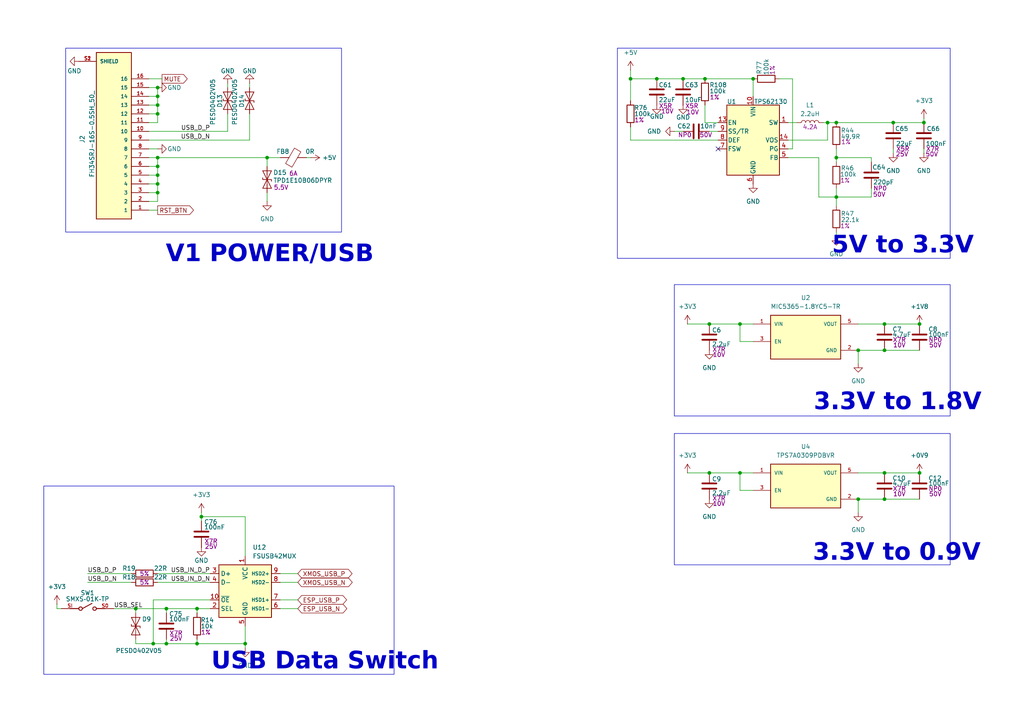
<source format=kicad_sch>
(kicad_sch (version 20250114) (generator "eeschema") (generator_version "9.0")
  (paper "A4")
  (title_block (title "Home mini drop in PCB replacement") (rev "v1") (company "by iMike78 (inpired by Onju voice and HA VPE)"))
  (lib_symbols
    (symbol "Device:C" (pin_numbers (hide yes)) (pin_names (offset 0.254))
      (property "Reference" "C" (at 0.635 2.54 0))
      (property "Value" "C" (at 0.635 -2.54 0))
      (symbol "C_0_1"
        (polyline (pts (xy -2.032 0.762) (xy 2.032 0.762)) (stroke (width 0.508)))
        (polyline (pts (xy -2.032 -0.762) (xy 2.032 -0.762)) (stroke (width 0.508)))
      )
      (symbol "C_1_1"
        (pin passive line (at 0 3.81 270) (length 2.794) (name "~") (number "1"))
        (pin passive line (at 0 -3.81 90) (length 2.794) (name "~") (number "2"))
      )
    )
    (symbol "Device:FerriteBead" (pin_numbers (hide yes)) (pin_names (offset 0))
      (property "Reference" "FB" (at -3.81 0.635 90))
      (property "Value" "FerriteBead" (at 3.81 0 90))
      (symbol "FerriteBead_0_1"
        (polyline (pts (xy -2.7686 0.4064) (xy -1.7018 2.2606) (xy 2.7686 -0.3048) (xy 1.6764 -2.159) (xy -2.7686 0.4064)))
        (polyline (pts (xy 0 1.27) (xy 0 1.2954)))
        (polyline (pts (xy 0 -1.27) (xy 0 -1.2192)))
      )
      (symbol "FerriteBead_1_1"
        (pin passive line (at 0 3.81 270) (length 2.54) (name "~") (number "1"))
        (pin passive line (at 0 -3.81 90) (length 2.54) (name "~") (number "2"))
      )
    )
    (symbol "Device:L" (pin_numbers (hide yes)) (pin_names (offset 1.016) (hide yes))
      (property "Reference" "L" (at -1.27 0 90))
      (property "Value" "L" (at 1.905 0 90))
      (symbol "L_0_1"
        (arc (start 0 2.54) (mid 0.6323 1.905) (end 0 1.27))
        (arc (start 0 1.27) (mid 0.6323 0.635) (end 0 0))
        (arc (start 0 0) (mid 0.6323 -0.635) (end 0 -1.27))
        (arc (start 0 -1.27) (mid 0.6323 -1.905) (end 0 -2.54))
      )
      (symbol "L_1_1"
        (pin passive line (at 0 3.81 270) (length 1.27) (name "1") (number "1"))
        (pin passive line (at 0 -3.81 90) (length 1.27) (name "2") (number "2"))
      )
    )
    (symbol "Device:R" (pin_numbers (hide yes)) (pin_names (offset 0))
      (property "Reference" "R" (at 2.032 0 90))
      (property "Value" "R" (at 0 0 90))
      (symbol "R_0_1"
        (rectangle (start -1.016 -2.54) (end 1.016 2.54) (stroke (width 0.254)))
      )
      (symbol "R_1_1"
        (pin passive line (at 0 3.81 270) (length 1.27) (name "~") (number "1"))
        (pin passive line (at 0 -3.81 90) (length 1.27) (name "~") (number "2"))
      )
    )
    (symbol "Diode:SZESD9B5.0ST5G" (pin_numbers (hide yes)) (pin_names (offset 1.016) (hide yes))
      (property "Reference" "D" (at 0 2.54 0))
      (property "Value" "SZESD9B5.0ST5G" (at 0 -2.54 0))
      (symbol "SZESD9B5.0ST5G_0_1"
        (polyline (pts (xy -2.54 -1.27) (xy 0 0) (xy -2.54 1.27) (xy -2.54 -1.27)) (stroke (width 0.2032)))
        (polyline (pts (xy 0.508 1.27) (xy 0 1.27) (xy 0 -1.27) (xy -0.508 -1.27)) (stroke (width 0.2032)))
        (polyline (pts (xy 1.27 0) (xy -1.27 0)))
        (polyline (pts (xy 2.54 1.27) (xy 2.54 -1.27) (xy 0 0) (xy 2.54 1.27)) (stroke (width 0.2032)))
      )
      (symbol "SZESD9B5.0ST5G_1_1"
        (pin passive line (at -3.81 0 0) (length 2.54) (name "A1") (number "1"))
        (pin passive line (at 3.81 0 180) (length 2.54) (name "A2") (number "2"))
      )
    )
    (symbol "Interface_USB:FSUSB42MUX"
      (property "Reference" "U" (at -6.35 8.89 0))
      (property "Value" "FSUSB42MUX" (at 7.62 8.89 0))
      (symbol "FSUSB42MUX_0_1"
        (rectangle (start 7.62 7.62) (end -7.62 -7.62) (stroke (width 0.254)) (fill (type background)))
      )
      (symbol "FSUSB42MUX_1_1"
        (pin bidirectional line (at -10.16 5.08 0) (length 2.54) (name "D+") (number "3"))
        (pin bidirectional line (at -10.16 2.54 0) (length 2.54) (name "D-") (number "4"))
        (pin input line (at -10.16 -2.54 0) (length 2.54) (name "~{OE}") (number "10"))
        (pin input line (at -10.16 -5.08 0) (length 2.54) (name "SEL") (number "2"))
        (pin power_in line (at 0 10.16 270) (length 2.54) (name "VCC") (number "1"))
        (pin power_in line (at 0 -10.16 90) (length 2.54) (name "GND") (number "5"))
        (pin bidirectional line (at 10.16 5.08 180) (length 2.54) (name "HSD2+") (number "9"))
        (pin bidirectional line (at 10.16 2.54 180) (length 2.54) (name "HSD2-") (number "8"))
        (pin bidirectional line (at 10.16 -2.54 180) (length 2.54) (name "HSD1+") (number "7"))
        (pin bidirectional line (at 10.16 -5.08 180) (length 2.54) (name "HSD1-") (number "6"))
      )
    )
    (symbol "New_Library:+0V9" (power) (pin_numbers (hide yes)) (pin_names (offset 0) (hide yes))
      (property "Value" "+0V9" (at 0 3.556 0))
      (symbol "+0V9_0_1"
        (polyline (pts (xy -0.762 1.27) (xy 0 2.54)))
        (polyline (pts (xy 0 2.54) (xy 0.762 1.27)))
        (polyline (pts (xy 0 0) (xy 0 2.54)))
      )
      (symbol "+0V9_1_1"
        (pin power_in line (at 0 0 90) (length 0) (name "~") (number "1"))
      )
    )
    (symbol "New_Library:CHS-01TA" (pin_names (offset 1.016))
      (property "Reference" "U" (at 0 0 0))
      (property "Value" "CHS-01TA" (at 0 0 0))
      (symbol "CHS-01TA_0_0"
        (polyline (pts (xy 0 0) (xy 2.54 0)) (stroke (width 0.254)))
        (circle (center 3.048 0) (radius 0.508) (stroke (width 0.254)))
        (polyline (pts (xy 3.556 0) (xy 6.35 1.524)) (stroke (width 0.254)))
        (circle (center 7.112 0) (radius 0.508) (stroke (width 0.254)))
        (polyline (pts (xy 7.62 0) (xy 10.16 0)) (stroke (width 0.254)))
        (pin input line (at -2.54 0 0) (length 5.08) (name "~") (number "SI"))
        (pin output line (at 12.7 0 180) (length 5.08) (name "~") (number "S0"))
      )
    )
    (symbol "New_Library:FH34SRJ-16S-0.5SH_50_" (pin_names (offset 1.016))
      (property "Reference" "J" (at -5.58 22.86 0))
      (property "Value" "FH34SRJ-16S-0.5SH_50_" (at -5.08 -27.94 0))
      (symbol "FH34SRJ-16S-0.5SH_50__0_0"
        (rectangle (start -5.08 -25.4) (end 5.08 22.86) (stroke (width 0.254)) (fill (type background)))
        (pin passive line (at -10.16 20.32 0) (length 5.08) (name "1") (number "1"))
        (pin passive line (at -10.16 17.78 0) (length 5.08) (name "2") (number "2"))
        (pin passive line (at -10.16 15.24 0) (length 5.08) (name "3") (number "3"))
        (pin passive line (at -10.16 12.7 0) (length 5.08) (name "4") (number "4"))
        (pin passive line (at -10.16 10.16 0) (length 5.08) (name "5") (number "5"))
        (pin passive line (at -10.16 7.62 0) (length 5.08) (name "6") (number "6"))
        (pin passive line (at -10.16 5.08 0) (length 5.08) (name "7") (number "7"))
        (pin passive line (at -10.16 2.54 0) (length 5.08) (name "8") (number "8"))
        (pin passive line (at -10.16 0 0) (length 5.08) (name "9") (number "9"))
        (pin passive line (at -10.16 -2.54 0) (length 5.08) (name "10") (number "10"))
        (pin passive line (at -10.16 -5.08 0) (length 5.08) (name "11") (number "11"))
        (pin passive line (at -10.16 -7.62 0) (length 5.08) (name "12") (number "12"))
        (pin passive line (at -10.16 -10.16 0) (length 5.08) (name "13") (number "13"))
        (pin passive line (at -10.16 -12.7 0) (length 5.08) (name "14") (number "14"))
        (pin passive line (at -10.16 -15.24 0) (length 5.08) (name "15") (number "15"))
        (pin passive line (at -10.16 -17.78 0) (length 5.08) (name "16") (number "16"))
        (pin passive line (at 10.16 -22.86 180) (length 5.08) (name "SHIELD") (number "S1"))
        (pin passive line (at 10.16 -22.86 180) (length 5.08) (name "SHIELD") (number "S2"))
      )
    )
    (symbol "New_Library:MIC5365-1.8YC5-TR" (pin_names (offset 1.016))
      (property "Reference" "U" (at -10.16 6.35 0))
      (property "Value" "MIC5365-1.8YC5-TR" (at -10.16 -8.89 0))
      (symbol "MIC5365-1.8YC5-TR_0_0"
        (rectangle (start -10.16 -7.62) (end 10.16 5.08) (stroke (width 0.254)) (fill (type background)))
        (pin input line (at -15.24 2.54 0) (length 5.08) (name "VIN") (number "1"))
        (pin input line (at -15.24 -2.54 0) (length 5.08) (name "EN") (number "3"))
        (pin output line (at 15.24 2.54 180) (length 5.08) (name "VOUT") (number "5"))
        (pin power_in line (at 15.24 -5.08 180) (length 5.08) (name "GND") (number "2"))
      )
    )
    (symbol "Regulator_Switching:TPS62130" (pin_names (offset 0.254))
      (property "Reference" "U" (at 3.81 13.97 0))
      (property "Value" "TPS62130" (at 3.81 11.43 0))
      (symbol "TPS62130_0_1"
        (rectangle (start -7.62 10.16) (end 7.62 -10.16) (stroke (width 0.254)) (fill (type background)))
      )
      (symbol "TPS62130_1_1"
        (pin input line (at -10.16 5.08 0) (length 2.54) (name "EN") (number "13"))
        (pin input line (at -10.16 2.54 0) (length 2.54) (name "SS/TR") (number "9"))
        (pin input line (at -10.16 0 0) (length 2.54) (name "DEF") (number "8"))
        (pin input line (at -10.16 -2.54 0) (length 2.54) (name "FSW") (number "7"))
        (pin power_in line (at 0 12.7 270) (length 2.54) (name "VIN") (number "10"))
        (pin passive line (at 0 12.7 270) (length 2.54) (hide yes) (name "VIN") (number "11"))
        (pin passive line (at 0 12.7 270) (length 2.54) (hide yes) (name "VIN") (number "12"))
        (pin passive line (at 0 -12.7 90) (length 2.54) (hide yes) (name "GND") (number "15"))
        (pin passive line (at 0 -12.7 90) (length 2.54) (hide yes) (name "GND") (number "16"))
        (pin passive line (at 0 -12.7 90) (length 2.54) (hide yes) (name "GND") (number "17"))
        (pin power_in line (at 0 -12.7 90) (length 2.54) (name "GND") (number "6"))
        (pin output line (at 10.16 5.08 180) (length 2.54) (name "SW") (number "1"))
        (pin passive line (at 10.16 5.08 180) (length 2.54) (hide yes) (name "SW") (number "2"))
        (pin passive line (at 10.16 5.08 180) (length 2.54) (hide yes) (name "SW") (number "3"))
        (pin input line (at 10.16 0 180) (length 2.54) (name "VOS") (number "14"))
        (pin open_collector line (at 10.16 -2.54 180) (length 2.54) (name "PG") (number "4"))
        (pin input line (at 10.16 -5.08 180) (length 2.54) (name "FB") (number "5"))
      )
    )
    (symbol "power:+1V8" (power) (pin_numbers (hide yes)) (pin_names (offset 0) (hide yes))
      (property "Value" "+1V8" (at 0 3.556 0))
      (symbol "+1V8_0_1"
        (polyline (pts (xy -0.762 1.27) (xy 0 2.54)))
        (polyline (pts (xy 0 2.54) (xy 0.762 1.27)))
        (polyline (pts (xy 0 0) (xy 0 2.54)))
      )
      (symbol "+1V8_1_1"
        (pin power_in line (at 0 0 90) (length 0) (name "~") (number "1"))
      )
    )
    (symbol "power:+3V3" (power) (pin_numbers (hide yes)) (pin_names (offset 0) (hide yes))
      (property "Value" "+3V3" (at 0 3.556 0))
      (symbol "+3V3_0_1"
        (polyline (pts (xy -0.762 1.27) (xy 0 2.54)))
        (polyline (pts (xy 0 2.54) (xy 0.762 1.27)))
        (polyline (pts (xy 0 0) (xy 0 2.54)))
      )
      (symbol "+3V3_1_1"
        (pin power_in line (at 0 0 90) (length 0) (name "~") (number "1"))
      )
    )
    (symbol "power:+5V" (power) (pin_numbers (hide yes)) (pin_names (offset 0) (hide yes))
      (property "Value" "+5V" (at 0 3.556 0))
      (symbol "+5V_0_1"
        (polyline (pts (xy -0.762 1.27) (xy 0 2.54)))
        (polyline (pts (xy 0 2.54) (xy 0.762 1.27)))
        (polyline (pts (xy 0 0) (xy 0 2.54)))
      )
      (symbol "+5V_1_1"
        (pin power_in line (at 0 0 90) (length 0) (name "~") (number "1"))
      )
    )
    (symbol "power:GND" (power) (pin_numbers (hide yes)) (pin_names (offset 0) (hide yes))
      (property "Value" "GND" (at 0 -3.81 0))
      (symbol "GND_0_1"
        (polyline (pts (xy 0 0) (xy 0 -1.27) (xy 1.27 -1.27) (xy 0 -2.54) (xy -1.27 -1.27) (xy 0 -1.27)))
      )
      (symbol "GND_1_1"
        (pin power_in line (at 0 0 270) (length 0) (name "~") (number "1"))
      )
    )
    (symbol "power:VBUS" (power) (pin_numbers (hide yes)) (pin_names (offset 0) (hide yes))
      (property "Value" "VBUS" (at 0 3.556 0))
      (symbol "VBUS_0_1"
        (polyline (pts (xy -0.762 1.27) (xy 0 2.54)))
        (polyline (pts (xy 0 2.54) (xy 0.762 1.27)))
        (polyline (pts (xy 0 0) (xy 0 2.54)))
      )
      (symbol "VBUS_1_1"
        (pin power_in line (at 0 0 90) (length 0) (name "~") (number "1"))
      )
    )
  )
  (rectangle (start 19.05 13.97) (end 99.06 67.31))
  (rectangle (start 195.58 82.55) (end 275.59 120.65))
  (rectangle (start 195.58 125.73) (end 275.59 163.83))
  (rectangle (start 179.07 13.97) (end 275.59 74.93))
  (rectangle (start 12.7 140.97) (end 114.3 195.58))
  (text "V1 POWER/USB" (at 78.232 75.184 0) (effects (font (size 5 5) (bold yes))))
  (text "USB Data Switch" (at 94.234 193.294 0) (effects (font (size 5 5) (bold yes))))
  (text "3.3V to 1.8V" (at 260.35 118.11 0) (effects (font (size 5 5) (bold yes))))
  (text "5V to 3.3V" (at 261.874 72.644 0) (effects (font (size 5 5) (bold yes))))
  (text "3.3V to 0.9V" (at 260.096 161.798 0) (effects (font (size 5 5) (bold yes))))
  (junction (at 45.72 33.02))
  (junction (at 39.37 176.53))
  (junction (at 57.15 186.69))
  (junction (at 218.44 22.86))
  (junction (at 242.57 45.72))
  (junction (at 45.72 30.48))
  (junction (at 248.92 144.78))
  (junction (at 71.12 186.69))
  (junction (at 266.7 93.98))
  (junction (at 48.26 176.53))
  (junction (at 214.63 137.16))
  (junction (at 242.57 57.15))
  (junction (at 44.45 186.69))
  (junction (at 58.42 149.86))
  (junction (at 45.72 50.8))
  (junction (at 205.74 93.98))
  (junction (at 190.5 22.86))
  (junction (at 198.12 22.86))
  (junction (at 45.72 48.26))
  (junction (at 256.54 144.78))
  (junction (at 256.54 137.16))
  (junction (at 45.72 45.72))
  (junction (at 45.72 53.34))
  (junction (at 45.72 25.4))
  (junction (at 182.88 22.86))
  (junction (at 45.72 27.94))
  (junction (at 205.74 137.16))
  (junction (at 204.47 22.86))
  (junction (at 214.63 93.98))
  (junction (at 266.7 137.16))
  (junction (at 77.47 45.72))
  (junction (at 248.92 101.6))
  (junction (at 48.26 186.69))
  (junction (at 256.54 93.98))
  (junction (at 45.72 55.88))
  (junction (at 256.54 101.6))
  (junction (at 240.03 35.56))
  (junction (at 57.15 176.53))
  (junction (at 242.57 35.56))
  (junction (at 259.08 35.56))
  (junction (at 267.97 35.56))
  (no_connect (at 208.28 43.18))
  (wire (pts (xy 229.87 22.86) (xy 229.87 43.18)))
  (wire (pts (xy 77.47 55.88) (xy 77.47 58.42)))
  (wire (pts (xy 45.72 48.26) (xy 45.72 50.8)))
  (wire (pts (xy 205.74 38.1) (xy 208.28 38.1)))
  (wire (pts (xy 214.63 137.16) (xy 218.44 137.16)))
  (wire (pts (xy 57.15 185.42) (xy 57.15 186.69)))
  (wire (pts (xy 214.63 99.06) (xy 214.63 93.98)))
  (wire (pts (xy 226.06 22.86) (xy 229.87 22.86)))
  (wire (pts (xy 242.57 45.72) (xy 252.73 45.72)))
  (wire (pts (xy 45.72 55.88) (xy 45.72 58.42)))
  (wire (pts (xy 72.39 25.4) (xy 72.39 24.13)))
  (wire (pts (xy 218.44 99.06) (xy 214.63 99.06)))
  (wire (pts (xy 39.37 186.69) (xy 44.45 186.69)))
  (wire (pts (xy 259.08 35.56) (xy 267.97 35.56)))
  (wire (pts (xy 57.15 186.69) (xy 71.12 186.69)))
  (wire (pts (xy 182.88 20.32) (xy 182.88 22.86)))
  (wire (pts (xy 43.18 33.02) (xy 45.72 33.02)))
  (wire (pts (xy 228.6 40.64) (xy 240.03 40.64)))
  (wire (pts (xy 43.18 25.4) (xy 45.72 25.4)))
  (wire (pts (xy 259.08 44.45) (xy 259.08 43.18)))
  (wire (pts (xy 214.63 142.24) (xy 214.63 137.16)))
  (wire (pts (xy 43.18 48.26) (xy 45.72 48.26)))
  (wire (pts (xy 45.72 168.91) (xy 60.96 168.91)))
  (wire (pts (xy 57.15 176.53) (xy 60.96 176.53)))
  (wire (pts (xy 71.12 149.86) (xy 58.42 149.86)))
  (wire (pts (xy 43.18 45.72) (xy 45.72 45.72)))
  (wire (pts (xy 33.02 176.53) (xy 39.37 176.53)))
  (wire (pts (xy 43.18 27.94) (xy 45.72 27.94)))
  (wire (pts (xy 195.58 38.1) (xy 198.12 38.1)))
  (wire (pts (xy 256.54 101.6) (xy 266.7 101.6)))
  (wire (pts (xy 43.18 40.64) (xy 72.39 40.64)))
  (wire (pts (xy 237.49 57.15) (xy 242.57 57.15)))
  (wire (pts (xy 43.18 58.42) (xy 45.72 58.42)))
  (wire (pts (xy 43.18 35.56) (xy 45.72 35.56)))
  (wire (pts (xy 248.92 105.41) (xy 248.92 101.6)))
  (wire (pts (xy 242.57 43.18) (xy 242.57 45.72)))
  (wire (pts (xy 228.6 35.56) (xy 231.14 35.56)))
  (wire (pts (xy 205.74 137.16) (xy 214.63 137.16)))
  (wire (pts (xy 218.44 142.24) (xy 214.63 142.24)))
  (wire (pts (xy 237.49 45.72) (xy 237.49 57.15)))
  (wire (pts (xy 182.88 22.86) (xy 182.88 29.21)))
  (wire (pts (xy 267.97 44.45) (xy 267.97 43.18)))
  (wire (pts (xy 229.87 43.18) (xy 228.6 43.18)))
  (wire (pts (xy 248.92 101.6) (xy 256.54 101.6)))
  (wire (pts (xy 44.45 173.99) (xy 44.45 186.69)))
  (wire (pts (xy 43.18 55.88) (xy 45.72 55.88)))
  (wire (pts (xy 248.92 144.78) (xy 256.54 144.78)))
  (wire (pts (xy 48.26 176.53) (xy 48.26 177.8)))
  (wire (pts (xy 45.72 27.94) (xy 45.72 30.48)))
  (wire (pts (xy 43.18 50.8) (xy 45.72 50.8)))
  (wire (pts (xy 242.57 68.58) (xy 242.57 67.31)))
  (wire (pts (xy 199.39 93.98) (xy 205.74 93.98)))
  (wire (pts (xy 256.54 137.16) (xy 266.7 137.16)))
  (wire (pts (xy 267.97 34.29) (xy 267.97 35.56)))
  (wire (pts (xy 240.03 35.56) (xy 242.57 35.56)))
  (wire (pts (xy 39.37 176.53) (xy 48.26 176.53)))
  (wire (pts (xy 43.18 60.96) (xy 45.72 60.96)))
  (wire (pts (xy 45.72 33.02) (xy 45.72 35.56)))
  (wire (pts (xy 256.54 93.98) (xy 266.7 93.98)))
  (wire (pts (xy 57.15 176.53) (xy 57.15 177.8)))
  (wire (pts (xy 256.54 144.78) (xy 266.7 144.78)))
  (wire (pts (xy 81.28 168.91) (xy 86.36 168.91)))
  (wire (pts (xy 72.39 33.02) (xy 72.39 40.64)))
  (wire (pts (xy 204.47 35.56) (xy 208.28 35.56)))
  (wire (pts (xy 39.37 185.42) (xy 39.37 186.69)))
  (wire (pts (xy 25.4 166.37) (xy 38.1 166.37)))
  (wire (pts (xy 71.12 161.29) (xy 71.12 149.86)))
  (wire (pts (xy 48.26 176.53) (xy 57.15 176.53)))
  (wire (pts (xy 45.72 25.4) (xy 45.72 27.94)))
  (wire (pts (xy 242.57 57.15) (xy 252.73 57.15)))
  (wire (pts (xy 214.63 93.98) (xy 218.44 93.98)))
  (wire (pts (xy 39.37 177.8) (xy 39.37 176.53)))
  (wire (pts (xy 16.51 175.26) (xy 16.51 176.53)))
  (wire (pts (xy 58.42 148.59) (xy 58.42 149.86)))
  (wire (pts (xy 25.4 168.91) (xy 38.1 168.91)))
  (wire (pts (xy 45.72 50.8) (xy 45.72 53.34)))
  (wire (pts (xy 248.92 93.98) (xy 256.54 93.98)))
  (wire (pts (xy 204.47 30.48) (xy 204.47 35.56)))
  (wire (pts (xy 71.12 181.61) (xy 71.12 186.69)))
  (wire (pts (xy 190.5 22.86) (xy 198.12 22.86)))
  (wire (pts (xy 242.57 35.56) (xy 259.08 35.56)))
  (wire (pts (xy 238.76 35.56) (xy 240.03 35.56)))
  (wire (pts (xy 81.28 166.37) (xy 86.36 166.37)))
  (wire (pts (xy 198.12 22.86) (xy 204.47 22.86)))
  (wire (pts (xy 66.04 25.4) (xy 66.04 24.13)))
  (wire (pts (xy 45.72 30.48) (xy 45.72 33.02)))
  (wire (pts (xy 242.57 45.72) (xy 242.57 46.99)))
  (wire (pts (xy 66.04 33.02) (xy 66.04 38.1)))
  (wire (pts (xy 44.45 186.69) (xy 48.26 186.69)))
  (wire (pts (xy 58.42 149.86) (xy 58.42 151.13)))
  (wire (pts (xy 43.18 38.1) (xy 66.04 38.1)))
  (wire (pts (xy 228.6 45.72) (xy 237.49 45.72)))
  (wire (pts (xy 248.92 148.59) (xy 248.92 144.78)))
  (wire (pts (xy 77.47 45.72) (xy 77.47 48.26)))
  (wire (pts (xy 43.18 43.18) (xy 45.72 43.18)))
  (wire (pts (xy 252.73 46.99) (xy 252.73 45.72)))
  (wire (pts (xy 199.39 137.16) (xy 205.74 137.16)))
  (wire (pts (xy 240.03 40.64) (xy 240.03 35.56)))
  (wire (pts (xy 81.28 173.99) (xy 86.36 173.99)))
  (wire (pts (xy 45.72 45.72) (xy 45.72 48.26)))
  (wire (pts (xy 48.26 185.42) (xy 48.26 186.69)))
  (wire (pts (xy 182.88 22.86) (xy 190.5 22.86)))
  (wire (pts (xy 77.47 45.72) (xy 81.28 45.72)))
  (wire (pts (xy 204.47 22.86) (xy 218.44 22.86)))
  (wire (pts (xy 252.73 54.61) (xy 252.73 57.15)))
  (wire (pts (xy 45.72 53.34) (xy 45.72 55.88)))
  (wire (pts (xy 43.18 53.34) (xy 45.72 53.34)))
  (wire (pts (xy 45.72 166.37) (xy 60.96 166.37)))
  (wire (pts (xy 182.88 40.64) (xy 208.28 40.64)))
  (wire (pts (xy 81.28 176.53) (xy 86.36 176.53)))
  (wire (pts (xy 43.18 30.48) (xy 45.72 30.48)))
  (wire (pts (xy 16.51 176.53) (xy 17.78 176.53)))
  (wire (pts (xy 88.9 45.72) (xy 90.17 45.72)))
  (wire (pts (xy 45.72 45.72) (xy 77.47 45.72)))
  (wire (pts (xy 242.57 54.61) (xy 242.57 57.15)))
  (wire (pts (xy 205.74 93.98) (xy 214.63 93.98)))
  (wire (pts (xy 43.18 22.86) (xy 46.99 22.86)))
  (wire (pts (xy 218.44 22.86) (xy 218.44 27.94)))
  (wire (pts (xy 48.26 186.69) (xy 57.15 186.69)))
  (wire (pts (xy 71.12 186.69) (xy 71.12 187.96)))
  (wire (pts (xy 248.92 137.16) (xy 256.54 137.16)))
  (wire (pts (xy 242.57 57.15) (xy 242.57 59.69)))
  (wire (pts (xy 60.96 173.99) (xy 44.45 173.99)))
  (wire (pts (xy 182.88 36.83) (xy 182.88 40.64)))
  (label "USB_D_P" (at 25.4 166.37 0))
  (label "USB_D_N" (at 60.96 40.64 180))
  (label "USB_D_N" (at 25.4 168.91 0))
  (label "USB_D_P" (at 60.96 38.1 180))
  (label "USB_IN_D_P" (at 49.53 166.37 0))
  (label "USB_IN_D_N" (at 49.53 168.91 0))
  (label "USB_SEL" (at 33.02 176.53 0))
  (global_label "RST_BTN" (shape output) (at 45.72 60.96 0) (property "Intersheetrefs" "${INTERSHEET_REFS}" (effects (hide yes))))
  (global_label "MUTE" (shape output) (at 46.99 22.86 0) (property "Intersheetrefs" "${INTERSHEET_REFS}" (effects (hide yes))))
  (global_label "ESP_USB_P" (shape bidirectional) (at 86.36 173.99 0) (property "Intersheetrefs" "${INTERSHEET_REFS}" (effects (hide yes))))
  (global_label "ESP_USB_N" (shape bidirectional) (at 86.36 176.53 0) (property "Intersheetrefs" "${INTERSHEET_REFS}" (effects (hide yes))))
  (global_label "XMOS_USB_P" (shape bidirectional) (at 86.36 166.37 0) (property "Intersheetrefs" "${INTERSHEET_REFS}" (effects (hide yes))))
  (global_label "XMOS_USB_N" (shape bidirectional) (at 86.36 168.91 0) (property "Intersheetrefs" "${INTERSHEET_REFS}" (effects (hide yes))))
  (symbol (lib_id "power:GND") (at 77.47 58.42 0) (unit 1)
    (property "Reference" "#PWR0162" (effects (hide yes)))
    (property "Value" "GND" (at 77.47 63.5 0))
    (property "Description" "Power symbol creates a global label with name \"GND\" , ground" (effects (hide yes)))
  )
  (symbol (lib_id "Device:C") (at 58.42 154.94 0) (unit 1)
    (property "Reference" "C76" (at 59.182 151.384 0) (effects (justify left)))
    (property "Value" "100nF" (at 59.182 152.908 0) (effects (justify left)))
    (property "Footprint" "Capacitor_SMD:C_0603_1608Metric" (effects (hide yes)))
    (property "Description" "Unpolarized capacitor" (effects (hide yes)))
    (property "Dielectric" "X7R" (at 61.214 156.972 0))
    (property "Voltage" "25V" (at 61.214 158.496 0))
    (property "Function" "USB" (effects (hide yes)))
  )
  (symbol (lib_id "power:GND") (at 218.44 53.34 0) (unit 1)
    (property "Reference" "#PWR017" (effects (hide yes)))
    (property "Value" "GND" (at 218.44 58.42 0))
    (property "Description" "Power symbol creates a global label with name \"GND\" , ground" (effects (hide yes)))
  )
  (symbol (lib_id "Device:R") (at 242.57 50.8 0) (unit 1)
    (property "Reference" "R46" (at 243.84 48.768 0) (effects (justify left)))
    (property "Value" "100k" (at 243.586 50.546 0) (effects (justify left)))
    (property "Footprint" "Resistor_SMD:R_0603_1608Metric" (effects (hide yes)))
    (property "Description" "Resistor" (effects (hide yes)))
    (property "Tolerance" "1%" (at 245.11 52.324 0))
    (property "Function" "3.3V_BUCK" (effects (hide yes)))
  )
  (symbol (lib_id "Device:R") (at 242.57 63.5 0) (unit 1)
    (property "Reference" "R47" (at 243.84 61.976 0) (effects (justify left)))
    (property "Value" "22.1k" (at 243.84 63.754 0) (effects (justify left)))
    (property "Footprint" "Resistor_SMD:R_0603_1608Metric" (effects (hide yes)))
    (property "Description" "Resistor" (effects (hide yes)))
    (property "Tolerance" "1%" (at 245.11 65.532 0))
    (property "Function" "3.3V_BUCK" (effects (hide yes)))
  )
  (symbol (lib_id "Device:R") (at 242.57 39.37 0) (unit 1)
    (property "Reference" "R44" (at 243.84 37.846 0) (effects (justify left)))
    (property "Value" "49.9R" (at 243.84 39.624 0) (effects (justify left)))
    (property "Footprint" "Resistor_SMD:R_0603_1608Metric" (effects (hide yes)))
    (property "Description" "Resistor" (effects (hide yes)))
    (property "Tolerance" "1%" (at 245.364 41.148 0))
    (property "Function" "3.3V_BUCK" (effects (hide yes)))
  )
  (symbol (lib_id "power:GND") (at 205.74 144.78 0) (unit 1)
    (property "Reference" "#PWR014" (effects (hide yes)))
    (property "Value" "GND" (at 205.74 149.86 0))
    (property "Description" "Power symbol creates a global label with name \"GND\" , ground" (effects (hide yes)))
  )
  (symbol (lib_id "Device:R") (at 182.88 33.02 0) (unit 1)
    (property "Reference" "R76" (at 183.896 31.242 0) (effects (justify left)))
    (property "Value" "100k" (at 183.896 33.02 0) (effects (justify left)))
    (property "Footprint" "Resistor_SMD:R_0402_1005Metric" (effects (hide yes)))
    (property "Description" "Resistor" (effects (hide yes)))
    (property "Tolerance" "1%" (at 185.42 34.798 0))
    (property "Function" "3.3V_BUCK" (effects (hide yes)))
  )
  (symbol (lib_id "New_Library:MIC5365-1.8YC5-TR") (at 233.68 139.7 0) (unit 1)
    (property "Reference" "U4" (at 233.68 129.54 0))
    (property "Value" "TPS7A0309PDBVR" (at 233.68 132.08 0))
    (property "Footprint" "Package_TO_SOT_SMD:SOT-23-5" (effects (hide yes)))
    (property "MF" "Microchip Technology" (effects (hide yes)))
    (property "MAXIMUM_PACKAGE_HEIGHT" "1.10mm" (effects (hide yes)))
    (property "Package" "SC-70-5 Microchip" (effects (hide yes)))
    (property "Price" "None" (effects (hide yes)))
    (property "STANDARD" "IPC 7351B" (effects (hide yes)))
    (property "PARTREV" "3.1 - July 16, 2013" (effects (hide yes)))
    (property "MP" "TPS7A0309PDBVR" (effects (hide yes)))
    (property "Description_1" "Linear Voltage Regulator IC Positive Fixed 1 Output  150mA SC-70-5" (effects (hide yes)))
    (property "MANUFACTURER" "Texas Instruments" (effects (hide yes)))
    (property "Function" "0.9V_LDO" (effects (hide yes)))
    (property "Manufacturer" "Texas Instruments" (effects (hide yes)))
    (property "Manufacturer Part" "TPS7A0309PDBVR" (effects (hide yes)))
    (property "Supplier Part" "C2977167" (effects (hide yes)))
    (property "LCSC Part #" "C2977167" (effects (hide yes)))
  )
  (symbol (lib_id "Diode:SZESD9B5.0ST5G") (at 72.39 29.21 270) (unit 1)
    (property "Reference" "D14" (at 70.104 31.242 0) (effects (justify right)))
    (property "Value" "PESD0402V05" (at 68.072 36.322 0) (effects (justify right)))
    (property "Footprint" "Diode_SMD:D_0402_1005Metric" (effects (hide yes)))
    (property "Description" "PESD0402V05, 5V TVS, 0.3pF" (effects (hide yes)))
    (property "Function" "USB" (effects (hide yes)))
  )
  (symbol (lib_id "power:GND") (at 45.72 25.4 90) (unit 1)
    (property "Reference" "#PWR0149" (effects (hide yes)))
    (property "Value" "GND" (at 48.514 25.4 90) (effects (justify right)))
    (property "Description" "Power symbol creates a global label with name \"GND\" , ground" (effects (hide yes)))
  )
  (symbol (lib_id "New_Library:+0V9") (at 266.7 137.16 0) (unit 1)
    (property "Reference" "#PWR028" (effects (hide yes)))
    (property "Value" "+0V9" (at 266.7 132.08 0))
    (property "Description" "Power symbol creates a global label with name \"+1V0\"" (effects (hide yes)))
  )
  (symbol (lib_id "power:GND") (at 58.42 158.75 0) (unit 1)
    (property "Reference" "#PWR0145" (effects (hide yes)))
    (property "Value" "GND" (at 58.42 162.56 0))
    (property "Description" "Power symbol creates a global label with name \"GND\" , ground" (effects (hide yes)))
  )
  (symbol (lib_id "Device:FerriteBead") (at 85.09 45.72 90) (unit 1)
    (property "Reference" "FB8" (at 82.042 43.942 90))
    (property "Value" "0R" (at 89.916 43.942 90))
    (property "Footprint" "Onju:TPD1E05U06DPYR" (effects (hide yes)))
    (property "Description" "Ferrite bead, 30Ω @ 100MHz, 6A" (effects (hide yes)))
    (property "Function" "USB" (effects (hide yes)))
    (property "Current" "6A" (at 85.09 50.292 90))
    (property "Part number" "BLM18PG300SN1D" (effects (hide yes)))
    (property "Manufacturer" "Murata" (effects (hide yes)))
  )
  (symbol (lib_id "power:GND") (at 267.97 44.45 0) (unit 1)
    (property "Reference" "#PWR08" (effects (hide yes)))
    (property "Value" "GND" (at 267.97 49.53 0))
    (property "Description" "Power symbol creates a global label with name \"GND\" , ground" (effects (hide yes)))
  )
  (symbol (lib_id "Device:C") (at 205.74 97.79 0) (unit 1)
    (property "Reference" "C6" (at 206.502 95.758 0) (effects (justify left)))
    (property "Value" "2.2uF" (at 206.502 99.822 0) (effects (justify left)))
    (property "Footprint" "Capacitor_SMD:C_0603_1608Metric" (effects (hide yes)))
    (property "Description" "Unpolarized capacitor" (effects (hide yes)))
    (property "Function" "1.8V_LDO" (effects (hide yes)))
    (property "Dielectric" "X7R" (at 208.534 101.346 0))
    (property "Voltage" "10V" (at 208.534 102.87 0))
    (property "LCSC Part #" "C86018" (effects (hide yes)))
    (property "Manufacturer" "Murata Electronics" (effects (hide yes)))
    (property "Manufacturer Part" "GRM188R71A225KE15D" (effects (hide yes)))
  )
  (symbol (lib_id "Device:C") (at 266.7 140.97 0) (unit 1)
    (property "Reference" "C12" (at 269.24 138.684 0) (effects (justify left)))
    (property "Value" "100nF" (at 269.24 140.208 0) (effects (justify left)))
    (property "Footprint" "Capacitor_SMD:C_0603_1608Metric" (effects (hide yes)))
    (property "Description" "Unpolarized capacitor" (effects (hide yes)))
    (property "Function" "0.9V_LDO" (effects (hide yes)))
    (property "Dielectric" "NP0" (at 271.272 141.732 0))
    (property "Voltage" "50V" (at 271.272 143.256 0))
    (property "LCSC Part #" "C49678" (effects (hide yes)))
    (property "Manufacturer" "YAGEO" (effects (hide yes)))
    (property "Manufacturer Part" "CC0805KRX7R9BB104" (effects (hide yes)))
  )
  (symbol (lib_id "power:GND") (at 248.92 105.41 0) (unit 1)
    (property "Reference" "#PWR011" (effects (hide yes)))
    (property "Value" "GND" (at 248.92 110.49 0))
    (property "Description" "Power symbol creates a global label with name \"GND\" , ground" (effects (hide yes)))
  )
  (symbol (lib_id "Device:C") (at 256.54 97.79 0) (unit 1)
    (property "Reference" "C7" (at 258.826 95.504 0) (effects (justify left)))
    (property "Value" "4.7uF" (at 258.826 97.028 0) (effects (justify left)))
    (property "Footprint" "Capacitor_SMD:C_0603_1608Metric" (effects (hide yes)))
    (property "Description" "Unpolarized capacitor" (effects (hide yes)))
    (property "Function" "1.8V_LDO" (effects (hide yes)))
    (property "Dielectric" "X7R" (at 260.858 98.552 0))
    (property "Voltage" "10V" (at 260.858 100.076 0))
    (property "LCSC Part #" "C913474" (effects (hide yes)))
    (property "Manufacturer" "Murata Electronics" (effects (hide yes)))
    (property "Manufacturer Part" "GRM188Z71A475KE15D" (effects (hide yes)))
  )
  (symbol (lib_id "power:+1V8") (at 266.7 93.98 0) (unit 1)
    (property "Reference" "#PWR012" (effects (hide yes)))
    (property "Value" "+1V8" (at 266.7 88.9 0))
    (property "Description" "Power symbol creates a global label with name \"+1V8\"" (effects (hide yes)))
  )
  (symbol (lib_id "power:+3V3") (at 267.97 34.29 0) (unit 1)
    (property "Reference" "#PWR06" (effects (hide yes)))
    (property "Value" "+3V3" (at 267.97 29.21 0))
    (property "Description" "Power symbol creates a global label with name \"+3V3\"" (effects (hide yes)))
  )
  (symbol (lib_id "Device:C") (at 266.7 97.79 0) (unit 1)
    (property "Reference" "C8" (at 269.24 95.504 0) (effects (justify left)))
    (property "Value" "100nF" (at 269.24 97.028 0) (effects (justify left)))
    (property "Footprint" "Capacitor_SMD:C_0603_1608Metric" (effects (hide yes)))
    (property "Description" "Unpolarized capacitor" (effects (hide yes)))
    (property "Function" "1.8V_LDO" (effects (hide yes)))
    (property "Dielectric" "NP0" (at 271.272 98.552 0))
    (property "Voltage" "50V" (at 271.272 100.076 0))
    (property "LCSC Part #" "C49678" (effects (hide yes)))
    (property "Manufacturer" "YAGEO" (effects (hide yes)))
    (property "Manufacturer Part" "CC0805KRX7R9BB104" (effects (hide yes)))
  )
  (symbol (lib_id "Device:C") (at 267.97 39.37 0) (unit 1)
    (property "Reference" "C66" (at 268.732 37.338 0) (effects (justify left)))
    (property "Value" "100nF" (at 268.478 41.656 0) (effects (justify left)))
    (property "Footprint" "Capacitor_SMD:C_0805_2012Metric" (effects (hide yes)))
    (property "Description" "Unpolarized capacitor" (effects (hide yes)))
    (property "Dielectric" "X7R" (at 270.51 43.18 0))
    (property "Voltage" "50V" (at 270.256 44.704 0))
    (property "Function" "3.3V_BUCK" (effects (hide yes)))
  )
  (symbol (lib_id "Diode:SZESD9B5.0ST5G") (at 66.04 29.21 270) (unit 1)
    (property "Reference" "D13" (at 63.754 31.242 0) (effects (justify right)))
    (property "Value" "PESD0402V05" (at 61.722 36.322 0) (effects (justify right)))
    (property "Footprint" "Diode_SMD:D_0402_1005Metric" (effects (hide yes)))
    (property "Description" "PESD0402V05, 5V TVS, 0.3pF" (effects (hide yes)))
    (property "Function" "USB" (effects (hide yes)))
  )
  (symbol (lib_id "Device:C") (at 205.74 140.97 0) (unit 1)
    (property "Reference" "C9" (at 206.502 138.938 0) (effects (justify left)))
    (property "Value" "2.2uF" (at 206.502 143.002 0) (effects (justify left)))
    (property "Footprint" "Capacitor_SMD:C_0603_1608Metric" (effects (hide yes)))
    (property "Description" "Unpolarized capacitor" (effects (hide yes)))
    (property "Function" "0.9V_LDO" (effects (hide yes)))
    (property "Dielectric" "X7R" (at 208.534 144.526 0))
    (property "Voltage" "10V" (at 208.534 146.05 0))
    (property "LCSC Part #" "C86018" (effects (hide yes)))
    (property "Manufacturer" "Murata Electronics" (effects (hide yes)))
    (property "Manufacturer Part" "GRM188R71A225KE15D" (effects (hide yes)))
  )
  (symbol (lib_id "power:GND") (at 205.74 101.6 0) (unit 1)
    (property "Reference" "#PWR010" (effects (hide yes)))
    (property "Value" "GND" (at 205.74 106.68 0))
    (property "Description" "Power symbol creates a global label with name \"GND\" , ground" (effects (hide yes)))
  )
  (symbol (lib_id "Device:C") (at 252.73 50.8 0) (unit 1)
    (property "Reference" "C64" (at 252.984 48.514 0) (effects (justify left)))
    (property "Value" "220pF" (at 253.238 52.832 0) (effects (justify left)))
    (property "Footprint" "Capacitor_SMD:C_0603_1608Metric" (effects (hide yes)))
    (property "Description" "Unpolarized capacitor" (effects (hide yes)))
    (property "Dielectric" "NP0" (at 255.27 54.61 0))
    (property "Voltage" "50V" (at 255.016 56.388 0))
    (property "Function" "3.3V_BUCK" (effects (hide yes)))
  )
  (symbol (lib_id "Device:C") (at 48.26 181.61 0) (unit 1)
    (property "Reference" "C75" (at 49.022 178.054 0) (effects (justify left)))
    (property "Value" "100nF" (at 49.022 179.578 0) (effects (justify left)))
    (property "Footprint" "Capacitor_SMD:C_0402_1005Metric" (effects (hide yes)))
    (property "Description" "Unpolarized capacitor" (effects (hide yes)))
    (property "Dielectric" "X7R" (at 51.054 183.642 0))
    (property "Voltage" "25V" (at 51.054 185.166 0))
    (property "Function" "USB" (effects (hide yes)))
  )
  (symbol (lib_id "Device:C") (at 198.12 26.67 0) (unit 1)
    (property "Reference" "C63" (at 198.628 24.638 0) (effects (justify left)))
    (property "Value" "10uF" (at 198.628 28.956 0) (effects (justify left)))
    (property "Footprint" "Capacitor_SMD:C_0805_2012Metric" (effects (hide yes)))
    (property "Description" "Unpolarized capacitor" (effects (hide yes)))
    (property "Dielectric" "X5R" (at 200.66 30.734 0))
    (property "Voltage" "10V" (at 200.914 32.512 0))
    (property "Function" "3.3V_BUCK" (effects (hide yes)))
  )
  (symbol (lib_id "Device:R") (at 57.15 181.61 0) (unit 1)
    (property "Reference" "R14" (at 58.166 179.832 0) (effects (justify left)))
    (property "Value" "10k" (at 58.166 181.61 0) (effects (justify left)))
    (property "Footprint" "Resistor_SMD:R_0402_1005Metric" (effects (hide yes)))
    (property "Description" "Resistor" (effects (hide yes)))
    (property "Tolerance" "1%" (at 59.69 183.388 0))
    (property "Function" "USB" (effects (hide yes)))
  )
  (symbol (lib_id "Regulator_Switching:TPS62130") (at 218.44 40.64 0) (unit 1)
    (property "Reference" "U1" (at 210.82 29.464 0) (effects (justify left)))
    (property "Value" "TPS62130" (at 218.694 29.464 0) (effects (justify left)))
    (property "Footprint" "Package_DFN_QFN:VQFN-16-1EP_3x3mm_P0.5mm_EP1.68x1.68mm_ThermalVias" (effects (hide yes)))
    (property "Datasheet" "http://www.ti.com/lit/ds/symlink/tps62130.pdf" (effects (hide yes)))
    (property "Description" "3A Step-Down Converter with DCS-Control, Adjustable Output Voltage, 3-17V Input Voltage, QFN-16" (effects (hide yes)))
    (property "Function" "3.3V_BUCK" (effects (hide yes)))
  )
  (symbol (lib_id "Device:R") (at 222.25 22.86 90) (unit 1)
    (property "Reference" "R77" (at 220.218 21.59 0) (effects (justify left)))
    (property "Value" "100k" (at 222.25 21.844 0) (effects (justify left)))
    (property "Footprint" "Resistor_SMD:R_0402_1005Metric" (effects (hide yes)))
    (property "Description" "Resistor" (effects (hide yes)))
    (property "Tolerance" "1%" (at 224.028 20.32 0))
    (property "Function" "3.3V_BUCK" (effects (hide yes)))
  )
  (symbol (lib_id "Device:C") (at 256.54 140.97 0) (unit 1)
    (property "Reference" "C10" (at 258.826 138.684 0) (effects (justify left)))
    (property "Value" "4.7uF" (at 258.826 140.208 0) (effects (justify left)))
    (property "Footprint" "Capacitor_SMD:C_0603_1608Metric" (effects (hide yes)))
    (property "Description" "Unpolarized capacitor" (effects (hide yes)))
    (property "Function" "0.9V_LDO" (effects (hide yes)))
    (property "Dielectric" "X7R" (at 260.858 141.732 0))
    (property "Voltage" "10V" (at 260.858 143.256 0))
    (property "LCSC Part #" "C913474" (effects (hide yes)))
    (property "Manufacturer" "Murata Electronics" (effects (hide yes)))
    (property "Manufacturer Part" "GRM188Z71A475KE15D" (effects (hide yes)))
  )
  (symbol (lib_id "Interface_USB:FSUSB42MUX") (at 71.12 171.45 0) (unit 1)
    (property "Reference" "U12" (at 73.2633 158.75 0) (effects (justify left)))
    (property "Value" "FSUSB42MUX" (at 73.2633 161.29 0) (effects (justify left)))
    (property "Footprint" "Package_SO:MSOP-10_3x3mm_P0.5mm" (effects (hide yes)))
    (property "Datasheet" "https://www.onsemi.com/pub/Collateral/FSUSB42-D.PDF" (effects (hide yes)))
    (property "Description" "Low-Power, Two-Port, High-Speed, USB2.0 (480Mbps) or UART Switch, MSOP-10" (effects (hide yes)))
  )
  (symbol (lib_id "power:GND") (at 45.72 43.18 90) (unit 1)
    (property "Reference" "#PWR0148" (effects (hide yes)))
    (property "Value" "GND" (at 48.514 43.18 90) (effects (justify right)))
    (property "Description" "Power symbol creates a global label with name \"GND\" , ground" (effects (hide yes)))
  )
  (symbol (lib_id "Device:R") (at 41.91 168.91 90) (unit 1)
    (property "Reference" "R18" (at 39.37 167.386 90) (effects (justify left)))
    (property "Value" "22R" (at 48.514 167.386 90) (effects (justify left)))
    (property "Footprint" "Resistor_SMD:R_0402_1005Metric" (effects (hide yes)))
    (property "Description" "Resistor" (effects (hide yes)))
    (property "Tolerance" "5%" (at 41.91 168.91 90))
    (property "Function" "USB" (effects (hide yes)))
  )
  (symbol (lib_id "New_Library:FH34SRJ-16S-0.5SH_50_") (at 33.02 40.64 180) (unit 1)
    (property "Reference" "J2" (at 23.876 40.386 90))
    (property "Value" "FH34SRJ-16S-0.5SH_50_" (at 26.67 38.862 90))
    (property "Footprint" "Onju:HRS_FH34SRJ-16S-0.5SH_50_" (effects (hide yes)))
    (property "MF" "Hirose Electric" (effects (hide yes)))
    (property "Description_1" "16 Position FFC, FPC Connector Contacts, Top and Bottom 0.020 (0.50mm) Surface Mount, Right Angle" (effects (hide yes)))
    (property "Package" "None" (effects (hide yes)))
    (property "Price" "None" (effects (hide yes)))
    (property "Check_prices" "https://www.snapeda.com/parts/FH34SRJ-16S-0.5SH(50)/Hirose/view-part/?ref=eda" (effects (hide yes)))
    (property "SnapEDA_Link" "https://www.snapeda.com/parts/FH34SRJ-16S-0.5SH(50)/Hirose/view-part/?ref=snap" (effects (hide yes)))
    (property "MP" "FH34SRJ-16S-0.5SH(50)" (effects (hide yes)))
    (property "Availability" "In Stock" (effects (hide yes)))
    (property "MANUFACTURER" "HRS" (effects (hide yes)))
  )
  (symbol (lib_id "power:GND") (at 190.5 30.48 0) (unit 1)
    (property "Reference" "#PWR04" (effects (hide yes)))
    (property "Value" "GND" (at 190.5 33.782 0))
    (property "Description" "Power symbol creates a global label with name \"GND\" , ground" (effects (hide yes)))
  )
  (symbol (lib_id "power:+3V3") (at 199.39 137.16 0) (unit 1)
    (property "Reference" "#PWR013" (effects (hide yes)))
    (property "Value" "+3V3" (at 199.39 132.08 0))
    (property "Description" "Power symbol creates a global label with name \"+3V3\"" (effects (hide yes)))
  )
  (symbol (lib_id "power:GND") (at 72.39 24.13 180) (unit 1)
    (property "Reference" "#PWR0161" (effects (hide yes)))
    (property "Value" "GND" (at 72.39 20.574 0))
    (property "Description" "Power symbol creates a global label with name \"GND\" , ground" (effects (hide yes)))
  )
  (symbol (lib_id "Diode:SZESD9B5.0ST5G") (at 77.47 52.07 90) (unit 1)
    (property "Reference" "D15" (at 79.248 50.038 90) (effects (justify right)))
    (property "Value" "TPD1E10B06DPYR" (at 79.248 52.324 90) (effects (justify right)))
    (property "Footprint" "Onju:TPD1E05U06DPYR" (effects (hide yes)))
    (property "Description" "TPD1E10B06DPYR, 5.5V TVS" (effects (hide yes)))
    (property "Function" "USB" (effects (hide yes)))
    (property "Voltage" "5.5V" (at 81.534 54.356 90))
  )
  (symbol (lib_id "power:GND") (at 242.57 68.58 0) (unit 1)
    (property "Reference" "#PWR05" (effects (hide yes)))
    (property "Value" "GND" (at 242.57 73.66 0))
    (property "Description" "Power symbol creates a global label with name \"GND\" , ground" (effects (hide yes)))
  )
  (symbol (lib_id "power:GND") (at 259.08 44.45 0) (unit 1)
    (property "Reference" "#PWR07" (effects (hide yes)))
    (property "Value" "GND" (at 259.08 49.53 0))
    (property "Description" "Power symbol creates a global label with name \"GND\" , ground" (effects (hide yes)))
  )
  (symbol (lib_id "power:GND") (at 195.58 38.1 270) (unit 1)
    (property "Reference" "#PWR03" (effects (hide yes)))
    (property "Value" "GND" (at 191.77 38.0999 90) (effects (justify right)))
    (property "Description" "Power symbol creates a global label with name \"GND\" , ground" (effects (hide yes)))
  )
  (symbol (lib_id "power:+3V3") (at 16.51 175.26 0) (unit 1)
    (property "Reference" "#PWR0144" (effects (hide yes)))
    (property "Value" "+3V3" (at 16.51 170.18 0))
    (property "Description" "Power symbol creates a global label with name \"+3V3\"" (effects (hide yes)))
  )
  (symbol (lib_id "power:GND") (at 66.04 24.13 180) (unit 1)
    (property "Reference" "#PWR0160" (effects (hide yes)))
    (property "Value" "GND" (at 66.04 20.574 0))
    (property "Description" "Power symbol creates a global label with name \"GND\" , ground" (effects (hide yes)))
  )
  (symbol (lib_id "power:VBUS") (at 90.17 45.72 270) (unit 1)
    (property "Reference" "#PWR0147" (effects (hide yes)))
    (property "Value" "+5V" (at 93.472 45.72 90) (effects (justify left)))
    (property "Description" "Power symbol creates a global label with name \"VBUS\"" (effects (hide yes)))
  )
  (symbol (lib_id "Device:C") (at 201.93 38.1 90) (unit 1)
    (property "Reference" "C62" (at 198.374 36.576 90))
    (property "Value" "10nF" (at 205.486 36.576 90))
    (property "Footprint" "Capacitor_SMD:C_0402_1005Metric" (effects (hide yes)))
    (property "Description" "Unpolarized capacitor" (effects (hide yes)))
    (property "Dielectric" "NP0" (at 198.628 39.116 90))
    (property "Voltage" "50V" (at 204.724 39.116 90))
    (property "Function" "3.3V_BUCK" (effects (hide yes)))
  )
  (symbol (lib_id "power:GND") (at 22.86 17.78 270) (unit 1)
    (property "Reference" "#PWR018" (effects (hide yes)))
    (property "Value" "GND" (at 23.622 20.574 90) (effects (justify right)))
    (property "Description" "Power symbol creates a global label with name \"GND\" , ground" (effects (hide yes)))
  )
  (symbol (lib_id "New_Library:CHS-01TA") (at 20.32 176.53 0) (unit 1)
    (property "Reference" "SW1" (at 25.4 171.958 0))
    (property "Value" "SMXS‑01K‑TP" (at 25.4 173.736 0))
    (property "Footprint" "Onju:CHS-01TA" (effects (hide yes)))
    (property "MF" "SM Switch" (effects (hide yes)))
    (property "Description_1" "Dip Switch SPST 1 Position Surface Mount Slide (Standard) Actuator 100mA 6VDC" (effects (hide yes)))
    (property "MP" "SMXS‑01K‑TP" (effects (hide yes)))
    (property "Function" "USB" (effects (hide yes)))
  )
  (symbol (lib_id "power:GND") (at 71.12 187.96 0) (unit 1)
    (property "Reference" "#PWR0143" (effects (hide yes)))
    (property "Value" "GND" (at 71.12 193.04 0))
    (property "Description" "Power symbol creates a global label with name \"GND\" , ground" (effects (hide yes)))
  )
  (symbol (lib_id "Device:C") (at 190.5 26.67 0) (unit 1)
    (property "Reference" "C61" (at 191.008 24.638 0) (effects (justify left)))
    (property "Value" "22uF" (at 191.008 28.956 0) (effects (justify left)))
    (property "Footprint" "Capacitor_SMD:C_0805_2012Metric" (effects (hide yes)))
    (property "Description" "Unpolarized capacitor" (effects (hide yes)))
    (property "Dielectric" "X5R" (at 193.04 30.734 0))
    (property "Voltage" "10V" (at 193.548 32.258 0))
    (property "Function" "3.3V_BUCK" (effects (hide yes)))
  )
  (symbol (lib_id "Device:R") (at 204.47 26.67 0) (unit 1)
    (property "Reference" "R108" (at 205.74 24.638 0) (effects (justify left)))
    (property "Value" "100k" (at 205.74 26.416 0) (effects (justify left)))
    (property "Footprint" "Resistor_SMD:R_0402_1005Metric" (effects (hide yes)))
    (property "Description" "Resistor" (effects (hide yes)))
    (property "Tolerance" "1%" (at 207.264 28.194 0))
    (property "Function" "3.3V_BUCK" (effects (hide yes)))
  )
  (symbol (lib_id "New_Library:MIC5365-1.8YC5-TR") (at 233.68 96.52 0) (unit 1)
    (property "Reference" "U2" (at 233.68 86.36 0))
    (property "Value" "MIC5365-1.8YC5-TR" (at 233.68 88.9 0))
    (property "Footprint" "Onju:SOT65P210X110-5N" (effects (hide yes)))
    (property "MF" "Microchip Technology" (effects (hide yes)))
    (property "MAXIMUM_PACKAGE_HEIGHT" "1.10mm" (effects (hide yes)))
    (property "Package" "SC-70-5 Microchip" (effects (hide yes)))
    (property "Price" "None" (effects (hide yes)))
    (property "STANDARD" "IPC 7351B" (effects (hide yes)))
    (property "PARTREV" "3.1 - July 16, 2013" (effects (hide yes)))
    (property "MP" "MIC5365-1.8YC5-TR" (effects (hide yes)))
    (property "Description_1" "Linear Voltage Regulator IC Positive Fixed 1 Output  150mA SC-70-5" (effects (hide yes)))
    (property "Availability" "In Stock" (effects (hide yes)))
    (property "MANUFACTURER" "Micrel" (effects (hide yes)))
    (property "Function" "1.8V_LDO" (effects (hide yes)))
  )
  (symbol (lib_id "power:GND") (at 248.92 148.59 0) (unit 1)
    (property "Reference" "#PWR027" (effects (hide yes)))
    (property "Value" "GND" (at 248.92 153.67 0))
    (property "Description" "Power symbol creates a global label with name \"GND\" , ground" (effects (hide yes)))
  )
  (symbol (lib_id "power:GND") (at 198.12 30.48 0) (unit 1)
    (property "Reference" "#PWR02" (effects (hide yes)))
    (property "Value" "GND" (at 198.12 34.036 0))
    (property "Description" "Power symbol creates a global label with name \"GND\" , ground" (effects (hide yes)))
  )
  (symbol (lib_id "Device:R") (at 41.91 166.37 90) (unit 1)
    (property "Reference" "R19" (at 39.37 164.846 90) (effects (justify left)))
    (property "Value" "22R" (at 48.514 164.846 90) (effects (justify left)))
    (property "Footprint" "Resistor_SMD:R_0402_1005Metric" (effects (hide yes)))
    (property "Description" "Resistor" (effects (hide yes)))
    (property "Tolerance" "5%" (at 41.91 166.37 90))
    (property "Function" "USB" (effects (hide yes)))
  )
  (symbol (lib_id "Diode:SZESD9B5.0ST5G") (at 39.37 181.61 90) (unit 1)
    (property "Reference" "D9" (at 41.148 179.578 90) (effects (justify right)))
    (property "Value" "PESD0402V05" (at 33.528 188.722 90) (effects (justify right)))
    (property "Footprint" "Diode_SMD:D_0402_1005Metric" (effects (hide yes)))
    (property "Description" "PESD0402V05, 5V TVS, 0.3pF" (effects (hide yes)))
    (property "Function" "USB" (effects (hide yes)))
  )
  (symbol (lib_id "Device:C") (at 259.08 39.37 0) (unit 1)
    (property "Reference" "C65" (at 259.588 37.338 0) (effects (justify left)))
    (property "Value" "22uF" (at 259.842 41.656 0) (effects (justify left)))
    (property "Footprint" "Capacitor_SMD:C_0805_2012Metric" (effects (hide yes)))
    (property "Description" "Unpolarized capacitor" (effects (hide yes)))
    (property "Dielectric" "X5R" (at 261.874 43.18 0))
    (property "Voltage" "25V" (at 261.62 44.704 0))
    (property "Function" "3.3V_BUCK" (effects (hide yes)))
  )
  (symbol (lib_id "power:+3V3") (at 58.42 148.59 0) (unit 1)
    (property "Reference" "#PWR0146" (effects (hide yes)))
    (property "Value" "+3V3" (at 58.42 143.51 0))
    (property "Description" "Power symbol creates a global label with name \"+3V3\"" (effects (hide yes)))
  )
  (symbol (lib_id "power:+5V") (at 182.88 20.32 0) (unit 1)
    (property "Reference" "#PWR01" (effects (hide yes)))
    (property "Value" "+5V" (at 182.88 15.24 0))
    (property "Description" "Power symbol creates a global label with name \"+5V\"" (effects (hide yes)))
  )
  (symbol (lib_id "Device:L") (at 234.95 35.56 90) (unit 1)
    (property "Reference" "L1" (at 234.95 30.48 90))
    (property "Value" "2.2uH" (at 234.95 33.02 90))
    (property "Footprint" "Inductor_SMD:L_Coilcraft_XxL4020" (effects (hide yes)))
    (property "Description" "Inductor" (effects (hide yes)))
    (property "Saturation" "4.2A" (at 234.95 36.83 90))
    (property "Function" "3.3V_BUCK" (effects (hide yes)))
  )
  (symbol (lib_id "power:+3V3") (at 199.39 93.98 0) (unit 1)
    (property "Reference" "#PWR09" (effects (hide yes)))
    (property "Value" "+3V3" (at 199.39 88.9 0))
    (property "Description" "Power symbol creates a global label with name \"+3V3\"" (effects (hide yes)))
  )
)
</source>
